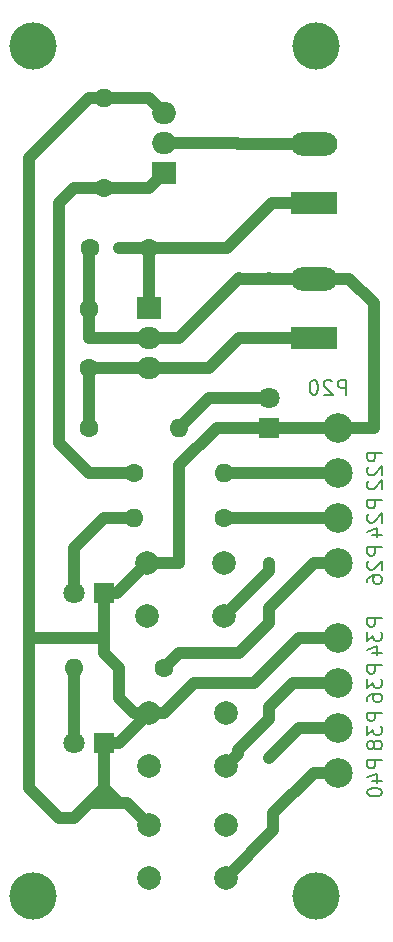
<source format=gbr>
G04 #@! TF.GenerationSoftware,KiCad,Pcbnew,5.1.5+dfsg1-2build2*
G04 #@! TF.CreationDate,2021-03-07T11:34:37+01:00*
G04 #@! TF.ProjectId,miteThru,6d697465-5468-4727-952e-6b696361645f,rev?*
G04 #@! TF.SameCoordinates,Original*
G04 #@! TF.FileFunction,Copper,L2,Bot*
G04 #@! TF.FilePolarity,Positive*
%FSLAX46Y46*%
G04 Gerber Fmt 4.6, Leading zero omitted, Abs format (unit mm)*
G04 Created by KiCad (PCBNEW 5.1.5+dfsg1-2build2) date 2021-03-07 11:34:37*
%MOMM*%
%LPD*%
G04 APERTURE LIST*
%ADD10C,0.200000*%
%ADD11R,3.960000X1.980000*%
%ADD12O,3.960000X1.980000*%
%ADD13O,2.000000X1.905000*%
%ADD14R,2.000000X1.905000*%
%ADD15C,1.600000*%
%ADD16R,1.800000X1.800000*%
%ADD17C,1.800000*%
%ADD18O,1.600000X1.600000*%
%ADD19C,2.500000*%
%ADD20C,2.000000*%
%ADD21C,4.000000*%
%ADD22C,0.800000*%
%ADD23C,1.000000*%
G04 APERTURE END LIST*
D10*
X230565476Y-114482142D02*
X229315476Y-114482142D01*
X229315476Y-114958333D01*
X229375000Y-115077380D01*
X229434523Y-115136904D01*
X229553571Y-115196428D01*
X229732142Y-115196428D01*
X229851190Y-115136904D01*
X229910714Y-115077380D01*
X229970238Y-114958333D01*
X229970238Y-114482142D01*
X229732142Y-116267857D02*
X230565476Y-116267857D01*
X229255952Y-115970238D02*
X230148809Y-115672619D01*
X230148809Y-116446428D01*
X229315476Y-117160714D02*
X229315476Y-117279761D01*
X229375000Y-117398809D01*
X229434523Y-117458333D01*
X229553571Y-117517857D01*
X229791666Y-117577380D01*
X230089285Y-117577380D01*
X230327380Y-117517857D01*
X230446428Y-117458333D01*
X230505952Y-117398809D01*
X230565476Y-117279761D01*
X230565476Y-117160714D01*
X230505952Y-117041666D01*
X230446428Y-116982142D01*
X230327380Y-116922619D01*
X230089285Y-116863095D01*
X229791666Y-116863095D01*
X229553571Y-116922619D01*
X229434523Y-116982142D01*
X229375000Y-117041666D01*
X229315476Y-117160714D01*
X230565476Y-110482142D02*
X229315476Y-110482142D01*
X229315476Y-110958333D01*
X229375000Y-111077380D01*
X229434523Y-111136904D01*
X229553571Y-111196428D01*
X229732142Y-111196428D01*
X229851190Y-111136904D01*
X229910714Y-111077380D01*
X229970238Y-110958333D01*
X229970238Y-110482142D01*
X229315476Y-111613095D02*
X229315476Y-112386904D01*
X229791666Y-111970238D01*
X229791666Y-112148809D01*
X229851190Y-112267857D01*
X229910714Y-112327380D01*
X230029761Y-112386904D01*
X230327380Y-112386904D01*
X230446428Y-112327380D01*
X230505952Y-112267857D01*
X230565476Y-112148809D01*
X230565476Y-111791666D01*
X230505952Y-111672619D01*
X230446428Y-111613095D01*
X229851190Y-113101190D02*
X229791666Y-112982142D01*
X229732142Y-112922619D01*
X229613095Y-112863095D01*
X229553571Y-112863095D01*
X229434523Y-112922619D01*
X229375000Y-112982142D01*
X229315476Y-113101190D01*
X229315476Y-113339285D01*
X229375000Y-113458333D01*
X229434523Y-113517857D01*
X229553571Y-113577380D01*
X229613095Y-113577380D01*
X229732142Y-113517857D01*
X229791666Y-113458333D01*
X229851190Y-113339285D01*
X229851190Y-113101190D01*
X229910714Y-112982142D01*
X229970238Y-112922619D01*
X230089285Y-112863095D01*
X230327380Y-112863095D01*
X230446428Y-112922619D01*
X230505952Y-112982142D01*
X230565476Y-113101190D01*
X230565476Y-113339285D01*
X230505952Y-113458333D01*
X230446428Y-113517857D01*
X230327380Y-113577380D01*
X230089285Y-113577380D01*
X229970238Y-113517857D01*
X229910714Y-113458333D01*
X229851190Y-113339285D01*
X230565476Y-106482142D02*
X229315476Y-106482142D01*
X229315476Y-106958333D01*
X229375000Y-107077380D01*
X229434523Y-107136904D01*
X229553571Y-107196428D01*
X229732142Y-107196428D01*
X229851190Y-107136904D01*
X229910714Y-107077380D01*
X229970238Y-106958333D01*
X229970238Y-106482142D01*
X229315476Y-107613095D02*
X229315476Y-108386904D01*
X229791666Y-107970238D01*
X229791666Y-108148809D01*
X229851190Y-108267857D01*
X229910714Y-108327380D01*
X230029761Y-108386904D01*
X230327380Y-108386904D01*
X230446428Y-108327380D01*
X230505952Y-108267857D01*
X230565476Y-108148809D01*
X230565476Y-107791666D01*
X230505952Y-107672619D01*
X230446428Y-107613095D01*
X229315476Y-109458333D02*
X229315476Y-109220238D01*
X229375000Y-109101190D01*
X229434523Y-109041666D01*
X229613095Y-108922619D01*
X229851190Y-108863095D01*
X230327380Y-108863095D01*
X230446428Y-108922619D01*
X230505952Y-108982142D01*
X230565476Y-109101190D01*
X230565476Y-109339285D01*
X230505952Y-109458333D01*
X230446428Y-109517857D01*
X230327380Y-109577380D01*
X230029761Y-109577380D01*
X229910714Y-109517857D01*
X229851190Y-109458333D01*
X229791666Y-109339285D01*
X229791666Y-109101190D01*
X229851190Y-108982142D01*
X229910714Y-108922619D01*
X230029761Y-108863095D01*
X230565476Y-102482142D02*
X229315476Y-102482142D01*
X229315476Y-102958333D01*
X229375000Y-103077380D01*
X229434523Y-103136904D01*
X229553571Y-103196428D01*
X229732142Y-103196428D01*
X229851190Y-103136904D01*
X229910714Y-103077380D01*
X229970238Y-102958333D01*
X229970238Y-102482142D01*
X229315476Y-103613095D02*
X229315476Y-104386904D01*
X229791666Y-103970238D01*
X229791666Y-104148809D01*
X229851190Y-104267857D01*
X229910714Y-104327380D01*
X230029761Y-104386904D01*
X230327380Y-104386904D01*
X230446428Y-104327380D01*
X230505952Y-104267857D01*
X230565476Y-104148809D01*
X230565476Y-103791666D01*
X230505952Y-103672619D01*
X230446428Y-103613095D01*
X229732142Y-105458333D02*
X230565476Y-105458333D01*
X229255952Y-105160714D02*
X230148809Y-104863095D01*
X230148809Y-105636904D01*
X230565476Y-96482142D02*
X229315476Y-96482142D01*
X229315476Y-96958333D01*
X229375000Y-97077380D01*
X229434523Y-97136904D01*
X229553571Y-97196428D01*
X229732142Y-97196428D01*
X229851190Y-97136904D01*
X229910714Y-97077380D01*
X229970238Y-96958333D01*
X229970238Y-96482142D01*
X229434523Y-97672619D02*
X229375000Y-97732142D01*
X229315476Y-97851190D01*
X229315476Y-98148809D01*
X229375000Y-98267857D01*
X229434523Y-98327380D01*
X229553571Y-98386904D01*
X229672619Y-98386904D01*
X229851190Y-98327380D01*
X230565476Y-97613095D01*
X230565476Y-98386904D01*
X229315476Y-99458333D02*
X229315476Y-99220238D01*
X229375000Y-99101190D01*
X229434523Y-99041666D01*
X229613095Y-98922619D01*
X229851190Y-98863095D01*
X230327380Y-98863095D01*
X230446428Y-98922619D01*
X230505952Y-98982142D01*
X230565476Y-99101190D01*
X230565476Y-99339285D01*
X230505952Y-99458333D01*
X230446428Y-99517857D01*
X230327380Y-99577380D01*
X230029761Y-99577380D01*
X229910714Y-99517857D01*
X229851190Y-99458333D01*
X229791666Y-99339285D01*
X229791666Y-99101190D01*
X229851190Y-98982142D01*
X229910714Y-98922619D01*
X230029761Y-98863095D01*
X230565476Y-92482142D02*
X229315476Y-92482142D01*
X229315476Y-92958333D01*
X229375000Y-93077380D01*
X229434523Y-93136904D01*
X229553571Y-93196428D01*
X229732142Y-93196428D01*
X229851190Y-93136904D01*
X229910714Y-93077380D01*
X229970238Y-92958333D01*
X229970238Y-92482142D01*
X229434523Y-93672619D02*
X229375000Y-93732142D01*
X229315476Y-93851190D01*
X229315476Y-94148809D01*
X229375000Y-94267857D01*
X229434523Y-94327380D01*
X229553571Y-94386904D01*
X229672619Y-94386904D01*
X229851190Y-94327380D01*
X230565476Y-93613095D01*
X230565476Y-94386904D01*
X229732142Y-95458333D02*
X230565476Y-95458333D01*
X229255952Y-95160714D02*
X230148809Y-94863095D01*
X230148809Y-95636904D01*
X230565476Y-88482142D02*
X229315476Y-88482142D01*
X229315476Y-88958333D01*
X229375000Y-89077380D01*
X229434523Y-89136904D01*
X229553571Y-89196428D01*
X229732142Y-89196428D01*
X229851190Y-89136904D01*
X229910714Y-89077380D01*
X229970238Y-88958333D01*
X229970238Y-88482142D01*
X229434523Y-89672619D02*
X229375000Y-89732142D01*
X229315476Y-89851190D01*
X229315476Y-90148809D01*
X229375000Y-90267857D01*
X229434523Y-90327380D01*
X229553571Y-90386904D01*
X229672619Y-90386904D01*
X229851190Y-90327380D01*
X230565476Y-89613095D01*
X230565476Y-90386904D01*
X229434523Y-90863095D02*
X229375000Y-90922619D01*
X229315476Y-91041666D01*
X229315476Y-91339285D01*
X229375000Y-91458333D01*
X229434523Y-91517857D01*
X229553571Y-91577380D01*
X229672619Y-91577380D01*
X229851190Y-91517857D01*
X230565476Y-90803571D01*
X230565476Y-91577380D01*
X227517857Y-83565476D02*
X227517857Y-82315476D01*
X227041666Y-82315476D01*
X226922619Y-82375000D01*
X226863095Y-82434523D01*
X226803571Y-82553571D01*
X226803571Y-82732142D01*
X226863095Y-82851190D01*
X226922619Y-82910714D01*
X227041666Y-82970238D01*
X227517857Y-82970238D01*
X226327380Y-82434523D02*
X226267857Y-82375000D01*
X226148809Y-82315476D01*
X225851190Y-82315476D01*
X225732142Y-82375000D01*
X225672619Y-82434523D01*
X225613095Y-82553571D01*
X225613095Y-82672619D01*
X225672619Y-82851190D01*
X226386904Y-83565476D01*
X225613095Y-83565476D01*
X224839285Y-82315476D02*
X224720238Y-82315476D01*
X224601190Y-82375000D01*
X224541666Y-82434523D01*
X224482142Y-82553571D01*
X224422619Y-82791666D01*
X224422619Y-83089285D01*
X224482142Y-83327380D01*
X224541666Y-83446428D01*
X224601190Y-83505952D01*
X224720238Y-83565476D01*
X224839285Y-83565476D01*
X224958333Y-83505952D01*
X225017857Y-83446428D01*
X225077380Y-83327380D01*
X225136904Y-83089285D01*
X225136904Y-82791666D01*
X225077380Y-82553571D01*
X225017857Y-82434523D01*
X224958333Y-82375000D01*
X224839285Y-82315476D01*
D11*
X224790000Y-78740000D03*
D12*
X224790000Y-73740000D03*
D13*
X210820000Y-81280000D03*
X210820000Y-78740000D03*
D14*
X210820000Y-76200000D03*
D15*
X205740000Y-76280000D03*
X205740000Y-81280000D03*
X210820000Y-71120000D03*
X205820000Y-71120000D03*
D16*
X221000000Y-86360000D03*
D17*
X221000000Y-83820000D03*
X204470000Y-113030000D03*
D16*
X207010000Y-113030000D03*
X207010000Y-100330000D03*
D17*
X204470000Y-100330000D03*
D12*
X224790000Y-62310000D03*
D11*
X224790000Y-67310000D03*
D14*
X212090000Y-64770000D03*
D13*
X212090000Y-62230000D03*
X212090000Y-59690000D03*
D15*
X207010000Y-66040000D03*
D18*
X207010000Y-58420000D03*
X217170000Y-90170000D03*
D15*
X209550000Y-90170000D03*
X205740000Y-86360000D03*
D18*
X213360000Y-86360000D03*
D15*
X212090000Y-106680000D03*
D18*
X204470000Y-106680000D03*
X209550000Y-93980000D03*
D15*
X217170000Y-93980000D03*
D19*
X226790000Y-107950000D03*
X226790000Y-111760000D03*
X226790000Y-115570000D03*
X226790000Y-90170000D03*
X226790000Y-86360000D03*
X226790000Y-104140000D03*
X226790000Y-97790000D03*
X226790000Y-93980000D03*
D20*
X210820000Y-114990000D03*
X210820000Y-110490000D03*
X217320000Y-114990000D03*
X217320000Y-110490000D03*
X217170000Y-97790000D03*
X217170000Y-102290000D03*
X210670000Y-97790000D03*
X210670000Y-102290000D03*
X210820000Y-124500000D03*
X210820000Y-120000000D03*
X217320000Y-124500000D03*
X217320000Y-120000000D03*
D21*
X201000000Y-54000000D03*
X225000000Y-54000000D03*
X225000000Y-126000000D03*
X201000000Y-126000000D03*
D22*
X208280000Y-71120000D03*
X205740000Y-78740000D03*
X220980000Y-97790000D03*
X220980000Y-114300000D03*
D23*
X210820000Y-76200000D02*
X210820000Y-71120000D01*
X210900000Y-71200000D02*
X210820000Y-71120000D01*
X210820000Y-71120000D02*
X208280000Y-71120000D01*
X208280000Y-71120000D02*
X208280000Y-71120000D01*
X224790000Y-67310000D02*
X223800000Y-67310000D01*
X217450000Y-71120000D02*
X210820000Y-71120000D01*
X221260000Y-67310000D02*
X224790000Y-67310000D01*
X217450000Y-71120000D02*
X221260000Y-67310000D01*
X205740000Y-71200000D02*
X205820000Y-71120000D01*
X205740000Y-76280000D02*
X205740000Y-71200000D01*
X210820000Y-58420000D02*
X212090000Y-59690000D01*
X219710000Y-86360000D02*
X218440000Y-86360000D01*
X208130000Y-100330000D02*
X210670000Y-97790000D01*
X207010000Y-100330000D02*
X208130000Y-100330000D01*
X207010000Y-105410000D02*
X208280000Y-106680000D01*
X208280000Y-106680000D02*
X208280000Y-109220000D01*
X216540000Y-86360000D02*
X218440000Y-86360000D01*
X213360000Y-97790000D02*
X213360000Y-89540000D01*
X213360000Y-89540000D02*
X216540000Y-86360000D01*
X210670000Y-97790000D02*
X213360000Y-97790000D01*
X210820000Y-78740000D02*
X205740000Y-78740000D01*
X205740000Y-78740000D02*
X205740000Y-76280000D01*
X205740000Y-78740000D02*
X205740000Y-78740000D01*
X210820000Y-78740000D02*
X213360000Y-78740000D01*
X220980000Y-73660000D02*
X221060000Y-73740000D01*
X227770000Y-73740000D02*
X229870000Y-75840000D01*
X224790000Y-73740000D02*
X227770000Y-73740000D01*
X213360000Y-78740000D02*
X218440000Y-73660000D01*
X218440000Y-73660000D02*
X218520000Y-73740000D01*
X221060000Y-73740000D02*
X222250000Y-73740000D01*
X218520000Y-73740000D02*
X222250000Y-73740000D01*
X222250000Y-73740000D02*
X224790000Y-73740000D01*
X229870000Y-75840000D02*
X229870000Y-86360000D01*
X210820000Y-110490000D02*
X209550000Y-110490000D01*
X209550000Y-110490000D02*
X208280000Y-109220000D01*
X208280000Y-113030000D02*
X210820000Y-110490000D01*
X207010000Y-113030000D02*
X208280000Y-113030000D01*
X207010000Y-113030000D02*
X207010000Y-116840000D01*
X218440000Y-86360000D02*
X224790000Y-86360000D01*
X224790000Y-86360000D02*
X229870000Y-86360000D01*
X225520000Y-104140000D02*
X226790000Y-104140000D01*
X205740000Y-58420000D02*
X200660000Y-63500000D01*
X200660000Y-116840000D02*
X203200000Y-119380000D01*
X203200000Y-119380000D02*
X204470000Y-119380000D01*
X200660000Y-104140000D02*
X200660000Y-116840000D01*
X200660000Y-63500000D02*
X200660000Y-104140000D01*
X207010000Y-104140000D02*
X200660000Y-104140000D01*
X207010000Y-104140000D02*
X207010000Y-105410000D01*
X207010000Y-100330000D02*
X207010000Y-104140000D01*
X207010000Y-116840000D02*
X205740000Y-118110000D01*
X205740000Y-118110000D02*
X204470000Y-119380000D01*
X208280000Y-118110000D02*
X207010000Y-116840000D01*
X205740000Y-58420000D02*
X207010000Y-58420000D01*
X207010000Y-58420000D02*
X210820000Y-58420000D01*
X208930000Y-118110000D02*
X208280000Y-118110000D01*
X210820000Y-120000000D02*
X208930000Y-118110000D01*
X226790000Y-86360000D02*
X224790000Y-86360000D01*
X226790000Y-86360000D02*
X227360000Y-86360000D01*
X212090000Y-110490000D02*
X210820000Y-110490000D01*
X214630000Y-107950000D02*
X212090000Y-110490000D01*
X219710000Y-107950000D02*
X214630000Y-107950000D01*
X226790000Y-104140000D02*
X223520000Y-104140000D01*
X223520000Y-104140000D02*
X219710000Y-107950000D01*
X208280000Y-118110000D02*
X205740000Y-118110000D01*
X224510000Y-78740000D02*
X223520000Y-78740000D01*
X225780000Y-78740000D02*
X224790000Y-78740000D01*
X205740000Y-81280000D02*
X205740000Y-86360000D01*
X205740000Y-81280000D02*
X210820000Y-81280000D01*
X219710000Y-78740000D02*
X224790000Y-78740000D01*
X218440000Y-78740000D02*
X219710000Y-78740000D01*
X210820000Y-81280000D02*
X215900000Y-81280000D01*
X215900000Y-81280000D02*
X218440000Y-78740000D01*
X215900000Y-83820000D02*
X218440000Y-83820000D01*
X213360000Y-86360000D02*
X215900000Y-83820000D01*
X218440000Y-83820000D02*
X221000000Y-83820000D01*
X204470000Y-106680000D02*
X204470000Y-113030000D01*
X209550000Y-93980000D02*
X207010000Y-93980000D01*
X204470000Y-96520000D02*
X204470000Y-100330000D01*
X207010000Y-93980000D02*
X204470000Y-96520000D01*
X218360000Y-62310000D02*
X224790000Y-62310000D01*
X212090000Y-62230000D02*
X218280000Y-62230000D01*
X218280000Y-62230000D02*
X218360000Y-62310000D01*
X224790000Y-90170000D02*
X217170000Y-90170000D01*
X226790000Y-90170000D02*
X224790000Y-90170000D01*
X217170000Y-93980000D02*
X224790000Y-93980000D01*
X226790000Y-93980000D02*
X224790000Y-93980000D01*
X213360000Y-105410000D02*
X212090000Y-106680000D01*
X224790000Y-97790000D02*
X220980000Y-101600000D01*
X218440000Y-105410000D02*
X213360000Y-105410000D01*
X226790000Y-97790000D02*
X224790000Y-97790000D01*
X220980000Y-101600000D02*
X220980000Y-102870000D01*
X220980000Y-102870000D02*
X218440000Y-105410000D01*
X218319999Y-113990001D02*
X217320000Y-114990000D01*
X223022234Y-107950000D02*
X222000000Y-108972234D01*
X218319999Y-113680001D02*
X218319999Y-113990001D01*
X226790000Y-107950000D02*
X223022234Y-107950000D01*
X221000000Y-111000000D02*
X218319999Y-113680001D01*
X222000000Y-108972234D02*
X222000000Y-109000000D01*
X221000000Y-110000000D02*
X221000000Y-111000000D01*
X222000000Y-109000000D02*
X221000000Y-110000000D01*
X226790000Y-111760000D02*
X225520000Y-111760000D01*
X220980000Y-98480000D02*
X217170000Y-102290000D01*
X220980000Y-97790000D02*
X220980000Y-98480000D01*
X223520000Y-111760000D02*
X220980000Y-114300000D01*
X226790000Y-111760000D02*
X223520000Y-111760000D01*
X226360000Y-115570000D02*
X226790000Y-115570000D01*
X221360000Y-119000000D02*
X221360000Y-120460000D01*
X226790000Y-115570000D02*
X224790000Y-115570000D01*
X221360000Y-120460000D02*
X217320000Y-124500000D01*
X224790000Y-115570000D02*
X221360000Y-119000000D01*
X210820000Y-66040000D02*
X212090000Y-64770000D01*
X203200000Y-87630000D02*
X203200000Y-67310000D01*
X203200000Y-67310000D02*
X204470000Y-66040000D01*
X205740000Y-90170000D02*
X203200000Y-87630000D01*
X204470000Y-66040000D02*
X205740000Y-66040000D01*
X209550000Y-90170000D02*
X205740000Y-90170000D01*
X205740000Y-66040000D02*
X207010000Y-66040000D01*
X207010000Y-66040000D02*
X210820000Y-66040000D01*
M02*

</source>
